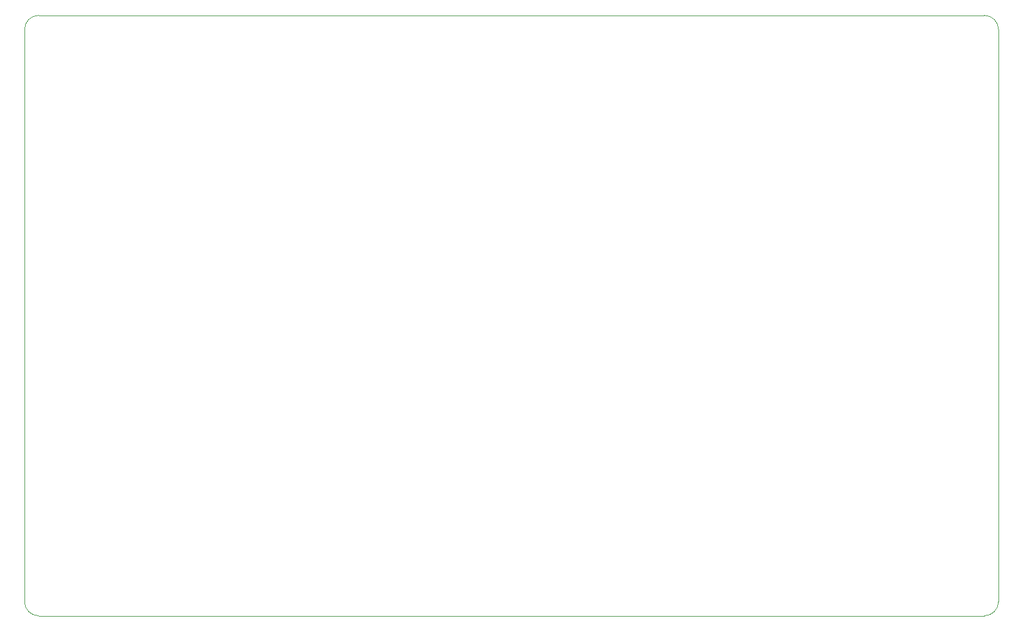
<source format=gm1>
G04 #@! TF.GenerationSoftware,KiCad,Pcbnew,(5.1.8)-1*
G04 #@! TF.CreationDate,2021-05-16T02:31:53+02:00*
G04 #@! TF.ProjectId,gtimer,6774696d-6572-42e6-9b69-6361645f7063,rev?*
G04 #@! TF.SameCoordinates,Original*
G04 #@! TF.FileFunction,Profile,NP*
%FSLAX46Y46*%
G04 Gerber Fmt 4.6, Leading zero omitted, Abs format (unit mm)*
G04 Created by KiCad (PCBNEW (5.1.8)-1) date 2021-05-16 02:31:53*
%MOMM*%
%LPD*%
G01*
G04 APERTURE LIST*
G04 #@! TA.AperFunction,Profile*
%ADD10C,0.050000*%
G04 #@! TD*
G04 APERTURE END LIST*
D10*
X160000000Y-103000000D02*
G75*
G02*
X158000000Y-105000000I-2000000J0D01*
G01*
X158000000Y-20000000D02*
G75*
G02*
X160000000Y-22000000I0J-2000000D01*
G01*
X22000000Y-103000000D02*
X22000000Y-22000000D01*
X160000000Y-22000000D02*
X160000000Y-103000000D01*
X24000000Y-105000000D02*
X158000000Y-105000000D01*
X158000000Y-20000000D02*
X24000000Y-20000000D01*
X24000000Y-105000000D02*
G75*
G02*
X22000000Y-103000000I0J2000000D01*
G01*
X22000000Y-22000000D02*
G75*
G02*
X24000000Y-20000000I2000000J0D01*
G01*
M02*

</source>
